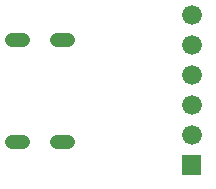
<source format=gbs>
G04 Layer: BottomSolderMaskLayer*
G04 EasyEDA v6.5.9, 2022-07-20 11:51:06*
G04 f1700a5533a94dbab9b25466b2df9886,20d39a695127413eb41274384cfbb926,10*
G04 Gerber Generator version 0.2*
G04 Scale: 100 percent, Rotated: No, Reflected: No *
G04 Dimensions in millimeters *
G04 leading zeros omitted , absolute positions ,4 integer and 5 decimal *
%FSLAX45Y45*%
%MOMM*%

%ADD10C,1.2016*%
%ADD11C,1.6764*%

%LPD*%
D10*
X1276291Y7784896D02*
G01*
X1186291Y7784896D01*
X1276291Y8648903D02*
G01*
X1186291Y8648903D01*
X896282Y8648903D02*
G01*
X806282Y8648903D01*
X896282Y7784896D02*
G01*
X806282Y7784896D01*
D11*
G01*
X2324100Y8864600D03*
G01*
X2324100Y8610600D03*
G01*
X2324100Y8356600D03*
G01*
X2324100Y8102600D03*
G01*
X2324100Y7848600D03*
G36*
X2245359Y7510779D02*
G01*
X2243835Y7511034D01*
X2242311Y7511795D01*
X2241295Y7512812D01*
X2240533Y7514336D01*
X2240279Y7515860D01*
X2240279Y7515860D01*
X2240279Y7673339D01*
X2240279Y7673339D01*
X2240533Y7674863D01*
X2241295Y7676387D01*
X2242311Y7677404D01*
X2243835Y7678165D01*
X2245359Y7678420D01*
X2402840Y7678420D01*
X2404364Y7678165D01*
X2405888Y7677404D01*
X2406904Y7676387D01*
X2407666Y7674863D01*
X2407920Y7673339D01*
X2407920Y7673339D01*
X2407920Y7515860D01*
X2407920Y7515860D01*
X2407666Y7514336D01*
X2406904Y7512812D01*
X2405888Y7511795D01*
X2404364Y7511034D01*
X2402840Y7510779D01*
G37*
M02*

</source>
